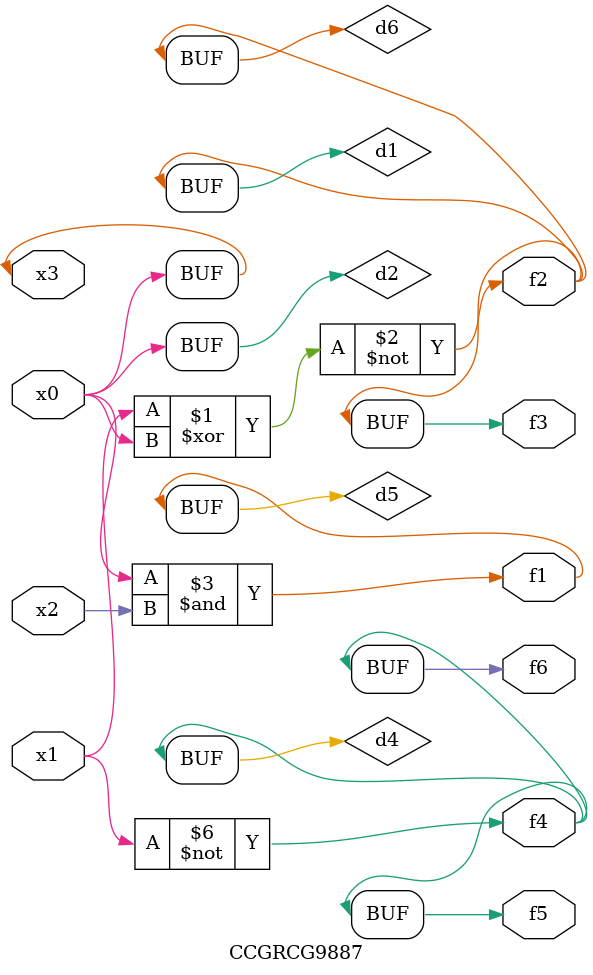
<source format=v>
module CCGRCG9887(
	input x0, x1, x2, x3,
	output f1, f2, f3, f4, f5, f6
);

	wire d1, d2, d3, d4, d5, d6;

	xnor (d1, x1, x3);
	buf (d2, x0, x3);
	nand (d3, x0, x2);
	not (d4, x1);
	nand (d5, d3);
	or (d6, d1);
	assign f1 = d5;
	assign f2 = d6;
	assign f3 = d6;
	assign f4 = d4;
	assign f5 = d4;
	assign f6 = d4;
endmodule

</source>
